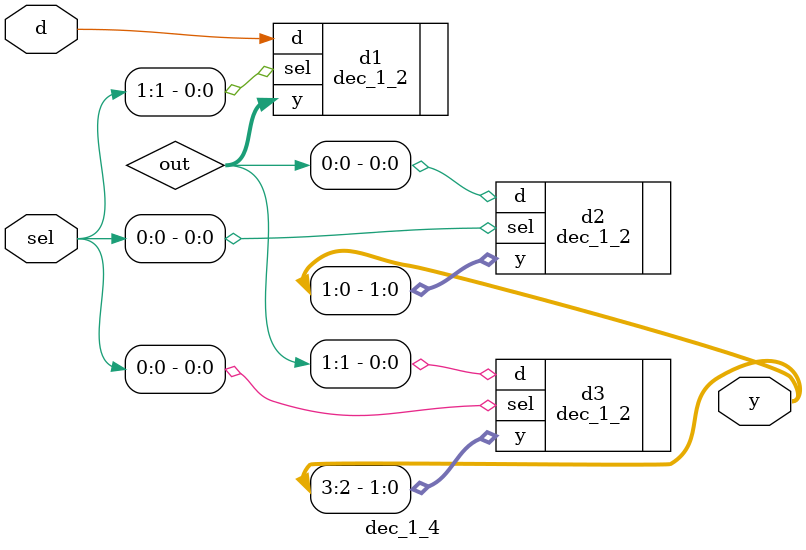
<source format=sv>
`timescale 1ns/10ps

module dec_1_4 (d, sel, y);
	input logic d;
	input logic [1:0] sel;
	output logic [3:0] y;
	
	logic [1:0] out;
	
	dec_1_2 d1 (.d(d), .sel(sel[1]), .y(out));
	dec_1_2 d2 (.d(out[0]), .sel(sel[0]), .y(y[1:0]));
	dec_1_2 d3 (.d(out[1]), .sel(sel[0]), .y(y[3:2]));
	
endmodule

</source>
